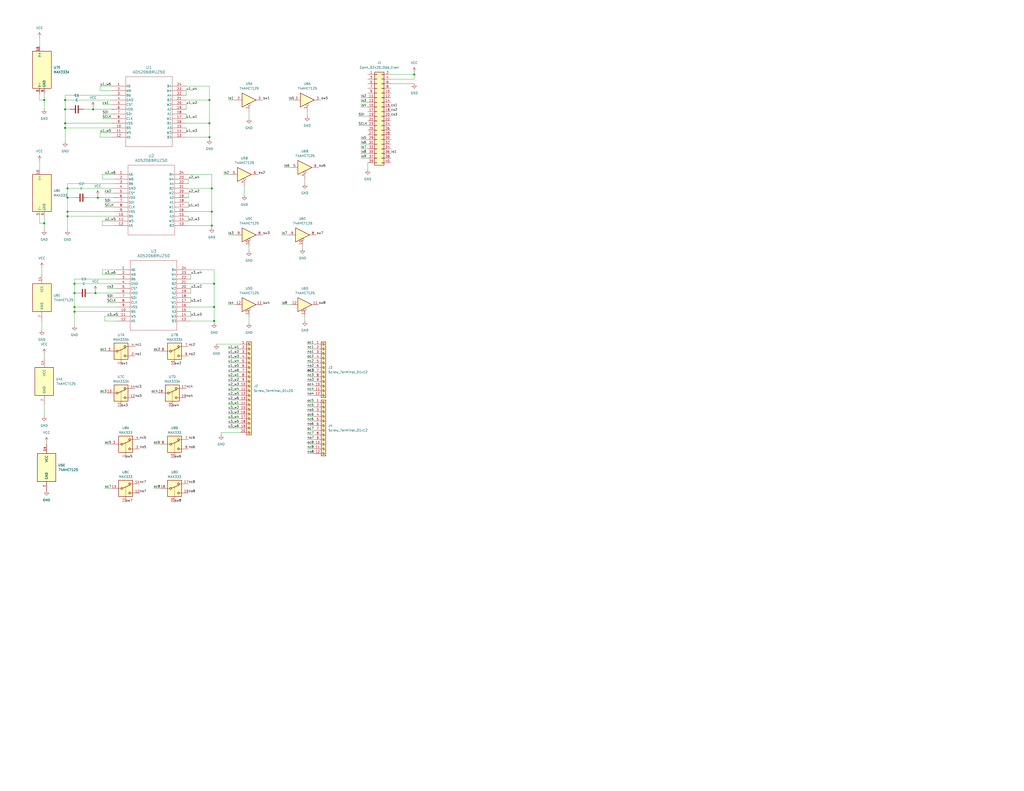
<source format=kicad_sch>
(kicad_sch (version 20250114) (generator "eeschema") (generator_version "9.0")
  (paper "C")
  (title_block (title "Assist Hat") (date "7/29/2025") (rev "0.00") (company "FOSSBOSS"))
  (lib_symbols
    (symbol "2025-07-29_19-12-12:AD5206BRUZ50" (pin_names (offset 0.254))
      (property "Reference" "U" (at 20.32 10.16 0))
      (property "Value" "AD5206BRUZ50" (at 20.32 7.62 0))
      (symbol "AD5206BRUZ50_0_1"
        (pin unspecified line (at 0 0 0) (length 7.62) (name "A6") (number "1"))
        (pin unspecified line (at 0 -2.54 0) (length 7.62) (name "W6") (number "2"))
        (pin unspecified line (at 0 -5.08 0) (length 7.62) (name "B6") (number "3"))
        (pin unspecified line (at 0 -7.62 0) (length 7.62) (name "GND") (number "4"))
        (pin unspecified line (at 0 -10.16 0) (length 7.62) (name "CS*") (number "5"))
        (pin power_in line (at 0 -12.7 0) (length 7.62) (name "VDD") (number "6"))
        (pin unspecified line (at 0 -15.24 0) (length 7.62) (name "SDI") (number "7"))
        (pin unspecified line (at 0 -17.78 0) (length 7.62) (name "CLK") (number "8"))
        (pin power_in line (at 0 -20.32 0) (length 7.62) (name "VSS") (number "9"))
        (pin unspecified line (at 0 -22.86 0) (length 7.62) (name "B5") (number "10"))
        (pin unspecified line (at 0 -25.4 0) (length 7.62) (name "W5") (number "11"))
        (pin unspecified line (at 0 -27.94 0) (length 7.62) (name "A5") (number "12"))
        (pin unspecified line (at 40.64 0 180) (length 7.62) (name "B4") (number "24"))
        (pin unspecified line (at 40.64 -2.54 180) (length 7.62) (name "W4") (number "23"))
        (pin unspecified line (at 40.64 -5.08 180) (length 7.62) (name "A4") (number "22"))
        (pin unspecified line (at 40.64 -7.62 180) (length 7.62) (name "B2") (number "21"))
        (pin unspecified line (at 40.64 -10.16 180) (length 7.62) (name "W2") (number "20"))
        (pin unspecified line (at 40.64 -12.7 180) (length 7.62) (name "A2") (number "19"))
        (pin unspecified line (at 40.64 -15.24 180) (length 7.62) (name "A1") (number "18"))
        (pin unspecified line (at 40.64 -17.78 180) (length 7.62) (name "W1") (number "17"))
        (pin unspecified line (at 40.64 -20.32 180) (length 7.62) (name "B1") (number "16"))
        (pin unspecified line (at 40.64 -22.86 180) (length 7.62) (name "A3") (number "15"))
        (pin unspecified line (at 40.64 -25.4 180) (length 7.62) (name "W3") (number "14"))
        (pin unspecified line (at 40.64 -27.94 180) (length 7.62) (name "B3") (number "13"))
      )
    )
    (symbol "74xx:74AHCT125" (pin_names (offset 1.016))
      (property "Reference" "U" (at 0 1.27 0))
      (property "Value" "74AHCT125" (at 0 -1.27 0))
      (symbol "74AHCT125_1_0"
        (pin input line (at -7.62 0 0) (length 3.81) (name "~") (number "2"))
        (pin input inverted (at 0 -6.35 90) (length 4.445) (name "~") (number "1"))
        (pin tri_state line (at 7.62 0 180) (length 3.81) (name "~") (number "3"))
      )
      (symbol "74AHCT125_2_0"
        (pin input line (at -7.62 0 0) (length 3.81) (name "~") (number "5"))
        (pin input inverted (at 0 -6.35 90) (length 4.445) (name "~") (number "4"))
        (pin tri_state line (at 7.62 0 180) (length 3.81) (name "~") (number "6"))
      )
      (symbol "74AHCT125_3_0"
        (pin input line (at -7.62 0 0) (length 3.81) (name "~") (number "9"))
        (pin input inverted (at 0 -6.35 90) (length 4.445) (name "~") (number "10"))
        (pin tri_state line (at 7.62 0 180) (length 3.81) (name "~") (number "8"))
      )
      (symbol "74AHCT125_4_0"
        (pin input line (at -7.62 0 0) (length 3.81) (name "~") (number "12"))
        (pin input inverted (at 0 -6.35 90) (length 4.445) (name "~") (number "13"))
        (pin tri_state line (at 7.62 0 180) (length 3.81) (name "~") (number "11"))
      )
      (symbol "74AHCT125_5_0"
        (pin power_in line (at 0 12.7 270) (length 5.08) (name "VCC") (number "14"))
        (pin power_in line (at 0 -12.7 90) (length 5.08) (name "GND") (number "7"))
      )
    )
    (symbol "Analog_Switch:MAX333"
      (property "Reference" "U" (at -3.175 7.874 0))
      (property "Value" "MAX333" (at -3.175 6.096 0))
      (symbol "MAX333_1_1"
        (pin passive line (at -7.62 0 0) (length 2.54) (name "~") (number "3"))
        (pin input line (at 0 -7.62 90) (length 2.54) (name "~") (number "1"))
        (pin passive line (at 7.62 2.54 180) (length 2.54) (name "~") (number "4"))
        (pin passive line (at 7.62 -2.54 180) (length 2.54) (name "~") (number "2"))
      )
      (symbol "MAX333_2_1"
        (pin passive line (at -7.62 0 0) (length 2.54) (name "~") (number "8"))
        (pin input line (at 0 -7.62 90) (length 2.54) (name "~") (number "10"))
        (pin passive line (at 7.62 2.54 180) (length 2.54) (name "~") (number "7"))
        (pin passive line (at 7.62 -2.54 180) (length 2.54) (name "~") (number "9"))
      )
      (symbol "MAX333_3_1"
        (pin passive line (at -7.62 0 0) (length 2.54) (name "~") (number "13"))
        (pin input line (at 0 -7.62 90) (length 2.54) (name "~") (number "11"))
        (pin passive line (at 7.62 2.54 180) (length 2.54) (name "~") (number "14"))
        (pin passive line (at 7.62 -2.54 180) (length 2.54) (name "~") (number "12"))
      )
      (symbol "MAX333_4_1"
        (pin passive line (at -7.62 0 0) (length 2.54) (name "~") (number "18"))
        (pin input line (at 0 -7.62 90) (length 2.54) (name "~") (number "20"))
        (pin passive line (at 7.62 2.54 180) (length 2.54) (name "~") (number "17"))
        (pin passive line (at 7.62 -2.54 180) (length 2.54) (name "~") (number "19"))
      )
      (symbol "MAX333_5_0"
        (pin power_in line (at 0 12.7 270) (length 2.54) (name "V+") (number "16"))
        (pin power_in line (at 0 -12.7 90) (length 2.54) (name "V-") (number "5"))
        (pin no_connect line (at 2.54 10.16 270) (length 2.54) (hide yes) (name "NC") (number "15"))
        (pin power_in line (at 2.54 -12.7 90) (length 2.54) (name "GND") (number "6"))
      )
    )
    (symbol "Analog_Switch:MAX333A"
      (property "Reference" "U" (at -3.175 7.874 0))
      (property "Value" "MAX333A" (at -3.175 6.096 0))
      (symbol "MAX333A_1_1"
        (pin passive line (at -7.62 0 0) (length 2.54) (name "~") (number "3"))
        (pin input line (at 0 -7.62 90) (length 2.54) (name "~") (number "1"))
        (pin passive line (at 7.62 2.54 180) (length 2.54) (name "~") (number "4"))
        (pin passive line (at 7.62 -2.54 180) (length 2.54) (name "~") (number "2"))
      )
      (symbol "MAX333A_2_1"
        (pin passive line (at -7.62 0 0) (length 2.54) (name "~") (number "8"))
        (pin input line (at 0 -7.62 90) (length 2.54) (name "~") (number "10"))
        (pin passive line (at 7.62 2.54 180) (length 2.54) (name "~") (number "7"))
        (pin passive line (at 7.62 -2.54 180) (length 2.54) (name "~") (number "9"))
      )
      (symbol "MAX333A_3_1"
        (pin passive line (at -7.62 0 0) (length 2.54) (name "~") (number "13"))
        (pin input line (at 0 -7.62 90) (length 2.54) (name "~") (number "11"))
        (pin passive line (at 7.62 2.54 180) (length 2.54) (name "~") (number "14"))
        (pin passive line (at 7.62 -2.54 180) (length 2.54) (name "~") (number "12"))
      )
      (symbol "MAX333A_4_1"
        (pin passive line (at -7.62 0 0) (length 2.54) (name "~") (number "18"))
        (pin input line (at 0 -7.62 90) (length 2.54) (name "~") (number "20"))
        (pin passive line (at 7.62 2.54 180) (length 2.54) (name "~") (number "17"))
        (pin passive line (at 7.62 -2.54 180) (length 2.54) (name "~") (number "19"))
      )
      (symbol "MAX333A_5_0"
        (pin power_in line (at 0 12.7 270) (length 2.54) (name "V+") (number "16"))
        (pin power_in line (at 0 -12.7 90) (length 2.54) (name "V-") (number "5"))
        (pin no_connect line (at 2.54 10.16 270) (length 2.54) (hide yes) (name "NC") (number "15"))
        (pin power_in line (at 2.54 -12.7 90) (length 2.54) (name "GND") (number "6"))
      )
    )
    (symbol "Connector:Screw_Terminal_01x12" (pin_names (offset 1.016) (hide yes))
      (property "Reference" "J" (at 0 15.24 0))
      (property "Value" "Screw_Terminal_01x12" (at 0 -17.78 0))
      (symbol "Screw_Terminal_01x12_1_1"
        (pin passive line (at -5.08 12.7 0) (length 3.81) (name "Pin_1") (number "1"))
        (pin passive line (at -5.08 10.16 0) (length 3.81) (name "Pin_2") (number "2"))
        (pin passive line (at -5.08 7.62 0) (length 3.81) (name "Pin_3") (number "3"))
        (pin passive line (at -5.08 5.08 0) (length 3.81) (name "Pin_4") (number "4"))
        (pin passive line (at -5.08 2.54 0) (length 3.81) (name "Pin_5") (number "5"))
        (pin passive line (at -5.08 0 0) (length 3.81) (name "Pin_6") (number "6"))
        (pin passive line (at -5.08 -2.54 0) (length 3.81) (name "Pin_7") (number "7"))
        (pin passive line (at -5.08 -5.08 0) (length 3.81) (name "Pin_8") (number "8"))
        (pin passive line (at -5.08 -7.62 0) (length 3.81) (name "Pin_9") (number "9"))
        (pin passive line (at -5.08 -10.16 0) (length 3.81) (name "Pin_10") (number "10"))
        (pin passive line (at -5.08 -12.7 0) (length 3.81) (name "Pin_11") (number "11"))
        (pin passive line (at -5.08 -15.24 0) (length 3.81) (name "Pin_12") (number "12"))
      )
    )
    (symbol "Connector:Screw_Terminal_01x20" (pin_names (offset 1.016) (hide yes))
      (property "Reference" "J" (at 0 25.4 0))
      (property "Value" "Screw_Terminal_01x20" (at 0 -27.94 0))
      (symbol "Screw_Terminal_01x20_1_1"
        (pin passive line (at -5.08 22.86 0) (length 3.81) (name "Pin_1") (number "1"))
        (pin passive line (at -5.08 20.32 0) (length 3.81) (name "Pin_2") (number "2"))
        (pin passive line (at -5.08 17.78 0) (length 3.81) (name "Pin_3") (number "3"))
        (pin passive line (at -5.08 15.24 0) (length 3.81) (name "Pin_4") (number "4"))
        (pin passive line (at -5.08 12.7 0) (length 3.81) (name "Pin_5") (number "5"))
        (pin passive line (at -5.08 10.16 0) (length 3.81) (name "Pin_6") (number "6"))
        (pin passive line (at -5.08 7.62 0) (length 3.81) (name "Pin_7") (number "7"))
        (pin passive line (at -5.08 5.08 0) (length 3.81) (name "Pin_8") (number "8"))
        (pin passive line (at -5.08 2.54 0) (length 3.81) (name "Pin_9") (number "9"))
        (pin passive line (at -5.08 0 0) (length 3.81) (name "Pin_10") (number "10"))
        (pin passive line (at -5.08 -2.54 0) (length 3.81) (name "Pin_11") (number "11"))
        (pin passive line (at -5.08 -5.08 0) (length 3.81) (name "Pin_12") (number "12"))
        (pin passive line (at -5.08 -7.62 0) (length 3.81) (name "Pin_13") (number "13"))
        (pin passive line (at -5.08 -10.16 0) (length 3.81) (name "Pin_14") (number "14"))
        (pin passive line (at -5.08 -12.7 0) (length 3.81) (name "Pin_15") (number "15"))
        (pin passive line (at -5.08 -15.24 0) (length 3.81) (name "Pin_16") (number "16"))
        (pin passive line (at -5.08 -17.78 0) (length 3.81) (name "Pin_17") (number "17"))
        (pin passive line (at -5.08 -20.32 0) (length 3.81) (name "Pin_18") (number "18"))
        (pin passive line (at -5.08 -22.86 0) (length 3.81) (name "Pin_19") (number "19"))
        (pin passive line (at -5.08 -25.4 0) (length 3.81) (name "Pin_20") (number "20"))
      )
    )
    (symbol "Connector_Generic:Conn_02x20_Odd_Even" (pin_names (offset 1.016) (hide yes))
      (property "Reference" "J" (at 1.27 25.4 0))
      (property "Value" "Conn_02x20_Odd_Even" (at 1.27 -27.94 0))
      (symbol "Conn_02x20_Odd_Even_1_1"
        (pin passive line (at -5.08 22.86 0) (length 3.81) (name "Pin_1") (number "1"))
        (pin passive line (at -5.08 20.32 0) (length 3.81) (name "Pin_3") (number "3"))
        (pin passive line (at -5.08 17.78 0) (length 3.81) (name "Pin_5") (number "5"))
        (pin passive line (at -5.08 15.24 0) (length 3.81) (name "Pin_7") (number "7"))
        (pin passive line (at -5.08 12.7 0) (length 3.81) (name "Pin_9") (number "9"))
        (pin passive line (at -5.08 10.16 0) (length 3.81) (name "Pin_11") (number "11"))
        (pin passive line (at -5.08 7.62 0) (length 3.81) (name "Pin_13") (number "13"))
        (pin passive line (at -5.08 5.08 0) (length 3.81) (name "Pin_15") (number "15"))
        (pin passive line (at -5.08 2.54 0) (length 3.81) (name "Pin_17") (number "17"))
        (pin passive line (at -5.08 0 0) (length 3.81) (name "Pin_19") (number "19"))
        (pin passive line (at -5.08 -2.54 0) (length 3.81) (name "Pin_21") (number "21"))
        (pin passive line (at -5.08 -5.08 0) (length 3.81) (name "Pin_23") (number "23"))
        (pin passive line (at -5.08 -7.62 0) (length 3.81) (name "Pin_25") (number "25"))
        (pin passive line (at -5.08 -10.16 0) (length 3.81) (name "Pin_27") (number "27"))
        (pin passive line (at -5.08 -12.7 0) (length 3.81) (name "Pin_29") (number "29"))
        (pin passive line (at -5.08 -15.24 0) (length 3.81) (name "Pin_31") (number "31"))
        (pin passive line (at -5.08 -17.78 0) (length 3.81) (name "Pin_33") (number "33"))
        (pin passive line (at -5.08 -20.32 0) (length 3.81) (name "Pin_35") (number "35"))
        (pin passive line (at -5.08 -22.86 0) (length 3.81) (name "Pin_37") (number "37"))
        (pin passive line (at -5.08 -25.4 0) (length 3.81) (name "Pin_39") (number "39"))
        (pin passive line (at 7.62 22.86 180) (length 3.81) (name "Pin_2") (number "2"))
        (pin passive line (at 7.62 20.32 180) (length 3.81) (name "Pin_4") (number "4"))
        (pin passive line (at 7.62 17.78 180) (length 3.81) (name "Pin_6") (number "6"))
        (pin passive line (at 7.62 15.24 180) (length 3.81) (name "Pin_8") (number "8"))
        (pin passive line (at 7.62 12.7 180) (length 3.81) (name "Pin_10") (number "10"))
        (pin passive line (at 7.62 10.16 180) (length 3.81) (name "Pin_12") (number "12"))
        (pin passive line (at 7.62 7.62 180) (length 3.81) (name "Pin_14") (number "14"))
        (pin passive line (at 7.62 5.08 180) (length 3.81) (name "Pin_16") (number "16"))
        (pin passive line (at 7.62 2.54 180) (length 3.81) (name "Pin_18") (number "18"))
        (pin passive line (at 7.62 0 180) (length 3.81) (name "Pin_20") (number "20"))
        (pin passive line (at 7.62 -2.54 180) (length 3.81) (name "Pin_22") (number "22"))
        (pin passive line (at 7.62 -5.08 180) (length 3.81) (name "Pin_24") (number "24"))
        (pin passive line (at 7.62 -7.62 180) (length 3.81) (name "Pin_26") (number "26"))
        (pin passive line (at 7.62 -10.16 180) (length 3.81) (name "Pin_28") (number "28"))
        (pin passive line (at 7.62 -12.7 180) (length 3.81) (name "Pin_30") (number "30"))
        (pin passive line (at 7.62 -15.24 180) (length 3.81) (name "Pin_32") (number "32"))
        (pin passive line (at 7.62 -17.78 180) (length 3.81) (name "Pin_34") (number "34"))
        (pin passive line (at 7.62 -20.32 180) (length 3.81) (name "Pin_36") (number "36"))
        (pin passive line (at 7.62 -22.86 180) (length 3.81) (name "Pin_38") (number "38"))
        (pin passive line (at 7.62 -25.4 180) (length 3.81) (name "Pin_40") (number "40"))
      )
    )
    (symbol "Device:C" (pin_numbers (hide yes)) (pin_names (offset 0.254))
      (property "Reference" "C" (at 0.635 2.54 0))
      (property "Value" "C" (at 0.635 -2.54 0))
      (symbol "C_1_1"
        (pin passive line (at 0 3.81 270) (length 2.794) (name "~") (number "1"))
        (pin passive line (at 0 -3.81 90) (length 2.794) (name "~") (number "2"))
      )
    )
    (symbol "power:GND" (power) (pin_numbers (hide yes)) (pin_names (offset 0) (hide yes))
      (property "Value" "GND" (at 0 -3.81 0))
      (symbol "GND_1_1"
        (pin power_in line (at 0 0 270) (length 0) (name "~") (number "1"))
      )
    )
    (symbol "power:VCC" (power) (pin_numbers (hide yes)) (pin_names (offset 0) (hide yes))
      (property "Value" "VCC" (at 0 3.556 0))
      (symbol "VCC_1_1"
        (pin power_in line (at 0 0 90) (length 0) (name "~") (number "1"))
      )
    )
  )
  (junction (at 115.57 102.87))
  (junction (at 116.84 154.94))
  (junction (at 40.64 160.02))
  (junction (at 115.57 115.57))
  (junction (at 116.84 167.64))
  (junction (at 114.3 74.93))
  (junction (at 36.83 115.57))
  (junction (at 40.64 167.64))
  (junction (at 35.56 67.31))
  (junction (at 50.8 59.69))
  (junction (at 53.34 107.95))
  (junction (at 52.07 160.02))
  (junction (at 226.06 40.64))
  (junction (at 36.83 118.11))
  (junction (at 35.56 54.61))
  (junction (at 114.3 54.61))
  (junction (at 24.13 54.61))
  (junction (at 116.84 175.26))
  (junction (at 115.57 123.19))
  (junction (at 24.13 121.92))
  (junction (at 40.64 154.94))
  (junction (at 36.83 107.95))
  (junction (at 40.64 170.18))
  (junction (at 114.3 67.31))
  (junction (at 35.56 59.69))
  (junction (at 35.56 69.85))
  (junction (at 36.83 102.87))
  (wire (pts (xy 157.48 54.61) (xy 160.02 54.61)))
  (wire (pts (xy 124.46 231.14) (xy 130.81 231.14)))
  (wire (pts (xy 116.84 167.64) (xy 116.84 175.26)))
  (wire (pts (xy 57.15 242.57) (xy 60.96 242.57)))
  (wire (pts (xy 196.85 76.2) (xy 200.66 76.2)))
  (wire (pts (xy 124.46 210.82) (xy 130.81 210.82)))
  (wire (pts (xy 101.6 54.61) (xy 114.3 54.61)))
  (wire (pts (xy 83.82 242.57) (xy 87.63 242.57)))
  (wire (pts (xy 55.88 95.25) (xy 62.23 95.25)))
  (wire (pts (xy 45.72 59.69) (xy 50.8 59.69)))
  (wire (pts (xy 124.46 190.5) (xy 130.81 190.5)))
  (wire (pts (xy 153.67 166.37) (xy 158.75 166.37)))
  (wire (pts (xy 25.4 241.3) (xy 25.4 242.57)))
  (wire (pts (xy 101.6 69.85) (xy 101.6 72.39)))
  (wire (pts (xy 135.89 64.77) (xy 135.89 60.96)))
  (wire (pts (xy 101.6 57.15) (xy 101.6 59.69)))
  (wire (pts (xy 124.46 218.44) (xy 130.81 218.44)))
  (wire (pts (xy 54.61 72.39) (xy 54.61 74.93)))
  (wire (pts (xy 24.13 121.92) (xy 24.13 125.73)))
  (wire (pts (xy 24.13 54.61) (xy 24.13 59.69)))
  (wire (pts (xy 167.64 242.57) (xy 171.45 242.57)))
  (wire (pts (xy 83.82 191.77) (xy 87.63 191.77)))
  (wire (pts (xy 167.64 193.04) (xy 171.45 193.04)))
  (wire (pts (xy 167.64 219.71) (xy 171.45 219.71)))
  (wire (pts (xy 104.14 154.94) (xy 116.84 154.94)))
  (wire (pts (xy 167.64 245.11) (xy 171.45 245.11)))
  (wire (pts (xy 104.14 167.64) (xy 116.84 167.64)))
  (wire (pts (xy 167.64 247.65) (xy 171.45 247.65)))
  (wire (pts (xy 60.96 74.93) (xy 54.61 74.93)))
  (wire (pts (xy 167.64 227.33) (xy 171.45 227.33)))
  (wire (pts (xy 166.37 175.26) (xy 166.37 172.72)))
  (wire (pts (xy 114.3 74.93) (xy 114.3 76.2)))
  (wire (pts (xy 53.34 107.95) (xy 63.5 107.95)))
  (wire (pts (xy 55.88 57.15) (xy 60.96 57.15)))
  (wire (pts (xy 22.86 175.26) (xy 22.86 180.34)))
  (wire (pts (xy 167.64 234.95) (xy 171.45 234.95)))
  (wire (pts (xy 58.42 157.48) (xy 63.5 157.48)))
  (wire (pts (xy 167.64 222.25) (xy 171.45 222.25)))
  (wire (pts (xy 124.46 203.2) (xy 130.81 203.2)))
  (wire (pts (xy 40.64 154.94) (xy 63.5 154.94)))
  (wire (pts (xy 48.26 107.95) (xy 53.34 107.95)))
  (wire (pts (xy 58.42 165.1) (xy 63.5 165.1)))
  (wire (pts (xy 101.6 62.23) (xy 101.6 64.77)))
  (wire (pts (xy 35.56 59.69) (xy 38.1 59.69)))
  (wire (pts (xy 54.61 191.77) (xy 58.42 191.77)))
  (wire (pts (xy 153.67 128.27) (xy 157.48 128.27)))
  (wire (pts (xy 196.85 83.82) (xy 200.66 83.82)))
  (wire (pts (xy 63.5 175.26) (xy 57.15 175.26)))
  (wire (pts (xy 104.14 170.18) (xy 104.14 172.72)))
  (wire (pts (xy 167.64 200.66) (xy 171.45 200.66)))
  (wire (pts (xy 124.46 54.61) (xy 128.27 54.61)))
  (wire (pts (xy 60.96 49.53) (xy 54.61 49.53)))
  (wire (pts (xy 213.36 43.18) (xy 226.06 43.18)))
  (wire (pts (xy 124.46 213.36) (xy 130.81 213.36)))
  (wire (pts (xy 54.61 72.39) (xy 60.96 72.39)))
  (wire (pts (xy 21.59 50.8) (xy 21.59 54.61)))
  (wire (pts (xy 40.64 167.64) (xy 40.64 170.18)))
  (wire (pts (xy 102.87 110.49) (xy 102.87 113.03)))
  (wire (pts (xy 196.85 78.74) (xy 200.66 78.74)))
  (wire (pts (xy 40.64 167.64) (xy 63.5 167.64)))
  (wire (pts (xy 53.34 107.95) (xy 53.34 106.68)))
  (wire (pts (xy 50.8 59.69) (xy 50.8 58.42)))
  (wire (pts (xy 55.88 123.19) (xy 55.88 120.65)))
  (wire (pts (xy 120.65 236.22) (xy 120.65 237.49)))
  (wire (pts (xy 115.57 115.57) (xy 115.57 123.19)))
  (wire (pts (xy 200.66 88.9) (xy 200.66 92.71)))
  (wire (pts (xy 124.46 223.52) (xy 130.81 223.52)))
  (wire (pts (xy 167.64 195.58) (xy 171.45 195.58)))
  (wire (pts (xy 55.88 147.32) (xy 55.88 149.86)))
  (wire (pts (xy 36.83 115.57) (xy 36.83 118.11)))
  (wire (pts (xy 40.64 160.02) (xy 41.91 160.02)))
  (wire (pts (xy 226.06 40.64) (xy 213.36 40.64)))
  (wire (pts (xy 124.46 220.98) (xy 130.81 220.98)))
  (wire (pts (xy 102.87 118.11) (xy 102.87 120.65)))
  (wire (pts (xy 40.64 154.94) (xy 40.64 160.02)))
  (wire (pts (xy 57.15 172.72) (xy 63.5 172.72)))
  (wire (pts (xy 167.64 232.41) (xy 171.45 232.41)))
  (wire (pts (xy 116.84 147.32) (xy 116.84 154.94)))
  (wire (pts (xy 54.61 46.99) (xy 60.96 46.99)))
  (wire (pts (xy 167.64 210.82) (xy 171.45 210.82)))
  (wire (pts (xy 135.89 172.72) (xy 135.89 176.53)))
  (wire (pts (xy 24.13 50.8) (xy 24.13 54.61)))
  (wire (pts (xy 167.64 229.87) (xy 171.45 229.87)))
  (wire (pts (xy 62.23 123.19) (xy 55.88 123.19)))
  (wire (pts (xy 55.88 97.79) (xy 55.88 95.25)))
  (wire (pts (xy 57.15 113.03) (xy 62.23 113.03)))
  (wire (pts (xy 35.56 67.31) (xy 35.56 69.85)))
  (wire (pts (xy 130.81 236.22) (xy 120.65 236.22)))
  (wire (pts (xy 101.6 49.53) (xy 101.6 52.07)))
  (wire (pts (xy 121.92 95.25) (xy 125.73 95.25)))
  (wire (pts (xy 35.56 54.61) (xy 35.56 59.69)))
  (wire (pts (xy 118.11 187.96) (xy 130.81 187.96)))
  (wire (pts (xy 35.56 54.61) (xy 60.96 54.61)))
  (wire (pts (xy 167.64 205.74) (xy 171.45 205.74)))
  (wire (pts (xy 124.46 226.06) (xy 130.81 226.06)))
  (wire (pts (xy 36.83 118.11) (xy 62.23 118.11)))
  (wire (pts (xy 36.83 107.95) (xy 40.64 107.95)))
  (wire (pts (xy 167.64 224.79) (xy 171.45 224.79)))
  (wire (pts (xy 24.13 118.11) (xy 24.13 121.92)))
  (wire (pts (xy 40.64 170.18) (xy 63.5 170.18)))
  (wire (pts (xy 196.85 86.36) (xy 200.66 86.36)))
  (wire (pts (xy 226.06 43.18) (xy 226.06 40.64)))
  (wire (pts (xy 57.15 105.41) (xy 62.23 105.41)))
  (wire (pts (xy 36.83 102.87) (xy 62.23 102.87)))
  (wire (pts (xy 196.85 58.42) (xy 200.66 58.42)))
  (wire (pts (xy 124.46 198.12) (xy 130.81 198.12)))
  (wire (pts (xy 40.64 170.18) (xy 40.64 177.8)))
  (wire (pts (xy 124.46 233.68) (xy 130.81 233.68)))
  (wire (pts (xy 213.36 45.72) (xy 226.06 45.72)))
  (wire (pts (xy 54.61 214.63) (xy 58.42 214.63)))
  (wire (pts (xy 104.14 175.26) (xy 116.84 175.26)))
  (wire (pts (xy 102.87 123.19) (xy 115.57 123.19)))
  (wire (pts (xy 55.88 120.65) (xy 62.23 120.65)))
  (wire (pts (xy 167.64 187.96) (xy 171.45 187.96)))
  (wire (pts (xy 63.5 147.32) (xy 55.88 147.32)))
  (wire (pts (xy 35.56 67.31) (xy 60.96 67.31)))
  (wire (pts (xy 104.14 162.56) (xy 104.14 165.1)))
  (wire (pts (xy 57.15 175.26) (xy 57.15 172.72)))
  (wire (pts (xy 115.57 102.87) (xy 115.57 115.57)))
  (wire (pts (xy 35.56 69.85) (xy 35.56 77.47)))
  (wire (pts (xy 101.6 74.93) (xy 114.3 74.93)))
  (wire (pts (xy 102.87 95.25) (xy 115.57 95.25)))
  (wire (pts (xy 167.64 203.2) (xy 171.45 203.2)))
  (wire (pts (xy 60.96 52.07) (xy 35.56 52.07)))
  (wire (pts (xy 124.46 215.9) (xy 130.81 215.9)))
  (wire (pts (xy 57.15 110.49) (xy 62.23 110.49)))
  (wire (pts (xy 21.59 121.92) (xy 24.13 121.92)))
  (wire (pts (xy 104.14 147.32) (xy 116.84 147.32)))
  (wire (pts (xy 82.55 214.63) (xy 86.36 214.63)))
  (wire (pts (xy 167.64 213.36) (xy 171.45 213.36)))
  (wire (pts (xy 55.88 149.86) (xy 63.5 149.86)))
  (wire (pts (xy 114.3 67.31) (xy 114.3 74.93)))
  (wire (pts (xy 135.89 134.62) (xy 135.89 137.16)))
  (wire (pts (xy 102.87 105.41) (xy 102.87 107.95)))
  (wire (pts (xy 62.23 97.79) (xy 55.88 97.79)))
  (wire (pts (xy 21.59 87.63) (xy 21.59 92.71)))
  (wire (pts (xy 35.56 52.07) (xy 35.56 54.61)))
  (wire (pts (xy 40.64 152.4) (xy 40.64 154.94)))
  (wire (pts (xy 49.53 160.02) (xy 52.07 160.02)))
  (wire (pts (xy 22.86 146.05) (xy 22.86 149.86)))
  (wire (pts (xy 167.64 208.28) (xy 171.45 208.28)))
  (wire (pts (xy 21.59 118.11) (xy 21.59 121.92)))
  (wire (pts (xy 167.64 240.03) (xy 171.45 240.03)))
  (wire (pts (xy 124.46 205.74) (xy 130.81 205.74)))
  (wire (pts (xy 124.46 128.27) (xy 128.27 128.27)))
  (wire (pts (xy 196.85 53.34) (xy 200.66 53.34)))
  (wire (pts (xy 21.59 20.32) (xy 21.59 25.4)))
  (wire (pts (xy 35.56 69.85) (xy 60.96 69.85)))
  (wire (pts (xy 115.57 95.25) (xy 115.57 102.87)))
  (wire (pts (xy 40.64 160.02) (xy 40.64 167.64)))
  (wire (pts (xy 116.84 154.94) (xy 116.84 167.64)))
  (wire (pts (xy 167.64 63.5) (xy 167.64 60.96)))
  (wire (pts (xy 36.83 102.87) (xy 36.83 107.95)))
  (wire (pts (xy 52.07 160.02) (xy 64.77 160.02)))
  (wire (pts (xy 36.83 100.33) (xy 36.83 102.87)))
  (wire (pts (xy 24.13 227.33) (xy 24.13 220.98)))
  (wire (pts (xy 36.83 118.11) (xy 36.83 125.73)))
  (wire (pts (xy 63.5 152.4) (xy 40.64 152.4)))
  (wire (pts (xy 102.87 97.79) (xy 102.87 100.33)))
  (wire (pts (xy 196.85 81.28) (xy 200.66 81.28)))
  (wire (pts (xy 104.14 157.48) (xy 104.14 160.02)))
  (wire (pts (xy 226.06 39.37) (xy 226.06 40.64)))
  (wire (pts (xy 124.46 195.58) (xy 130.81 195.58)))
  (wire (pts (xy 195.58 68.58) (xy 200.66 68.58)))
  (wire (pts (xy 101.6 46.99) (xy 114.3 46.99)))
  (wire (pts (xy 124.46 166.37) (xy 128.27 166.37)))
  (wire (pts (xy 102.87 115.57) (xy 115.57 115.57)))
  (wire (pts (xy 102.87 102.87) (xy 115.57 102.87)))
  (wire (pts (xy 115.57 123.19) (xy 115.57 124.46)))
  (wire (pts (xy 165.1 135.89) (xy 165.1 134.62)))
  (wire (pts (xy 52.07 160.02) (xy 52.07 158.75)))
  (wire (pts (xy 24.13 193.04) (xy 24.13 195.58)))
  (wire (pts (xy 36.83 107.95) (xy 36.83 115.57)))
  (wire (pts (xy 50.8 59.69) (xy 62.23 59.69)))
  (wire (pts (xy 133.35 101.6) (xy 133.35 106.68)))
  (wire (pts (xy 124.46 208.28) (xy 130.81 208.28)))
  (wire (pts (xy 104.14 149.86) (xy 104.14 152.4)))
  (wire (pts (xy 116.84 175.26) (xy 116.84 176.53)))
  (wire (pts (xy 58.42 162.56) (xy 63.5 162.56)))
  (wire (pts (xy 101.6 67.31) (xy 114.3 67.31)))
  (wire (pts (xy 167.64 190.5) (xy 171.45 190.5)))
  (wire (pts (xy 154.94 91.44) (xy 158.75 91.44)))
  (wire (pts (xy 124.46 200.66) (xy 130.81 200.66)))
  (wire (pts (xy 35.56 59.69) (xy 35.56 67.31)))
  (wire (pts (xy 55.88 62.23) (xy 60.96 62.23)))
  (wire (pts (xy 54.61 46.99) (xy 54.61 49.53)))
  (wire (pts (xy 167.64 198.12) (xy 171.45 198.12)))
  (wire (pts (xy 196.85 55.88) (xy 200.66 55.88)))
  (wire (pts (xy 166.37 97.79) (xy 166.37 100.33)))
  (wire (pts (xy 114.3 46.99) (xy 114.3 54.61)))
  (wire (pts (xy 114.3 54.61) (xy 114.3 67.31)))
  (wire (pts (xy 21.59 54.61) (xy 24.13 54.61)))
  (wire (pts (xy 83.82 266.7) (xy 87.63 266.7)))
  (wire (pts (xy 62.23 100.33) (xy 36.83 100.33)))
  (wire (pts (xy 124.46 228.6) (xy 130.81 228.6)))
  (wire (pts (xy 195.58 63.5) (xy 200.66 63.5)))
  (wire (pts (xy 57.15 266.7) (xy 60.96 266.7)))
  (wire (pts (xy 167.64 215.9) (xy 171.45 215.9)))
  (wire (pts (xy 36.83 115.57) (xy 62.23 115.57)))
  (wire (pts (xy 167.64 237.49) (xy 171.45 237.49)))
  (wire (pts (xy 55.88 64.77) (xy 60.96 64.77)))
  (wire (pts (xy 124.46 193.04) (xy 130.81 193.04)))
  (label "u3_w6" (at 57.15 149.86 0))
  (label "u1_w4" (at 124.46 198.12 0))
  (label "no6" (at 167.64 232.41 0))
  (label "oc5" (at 167.64 219.71 0))
  (label "ls6" (at 196.85 78.74 0))
  (label "sw3" (at 143.51 128.27 0))
  (label "no8" (at 167.64 247.65 0))
  (label "ls1" (at 213.36 83.82 0))
  (label "u1_w3" (at 101.6 72.39 0))
  (label "no1" (at 167.64 193.04 0))
  (label "u3_w3" (at 104.14 172.72 0))
  (label "ls9" (at 196.85 86.36 0))
  (label "u2_w6" (at 124.46 218.44 0))
  (label "cs1" (at 213.36 58.42 0))
  (label "u2_w5" (at 124.46 215.9 0))
  (label "ls6" (at 154.94 91.44 0))
  (label "no1" (at 73.66 194.31 0))
  (label "cs2" (at 213.36 60.96 0))
  (label "no4" (at 167.64 215.9 0))
  (label "oc1" (at 54.61 191.77 0))
  (label "ls2" (at 196.85 53.34 0))
  (label "SDI" (at 195.58 63.5 0))
  (label "sw8" (at 173.99 166.37 0))
  (label "SDI" (at 58.42 162.56 0))
  (label "nc4" (at 101.6 212.09 0))
  (label "nc1" (at 73.66 189.23 0))
  (label "nc2" (at 102.87 189.23 0))
  (label "no4" (at 101.6 217.17 0))
  (label "sw5" (at 175.26 54.61 0))
  (label "SCLK" (at 57.15 113.03 0))
  (label "u3_w6" (at 124.46 233.68 0))
  (label "nc8" (at 102.87 264.16 0))
  (label "ls1" (at 124.46 54.61 0))
  (label "cs3" (at 213.36 63.5 0))
  (label "oc5" (at 57.15 242.57 0))
  (label "u3_w4" (at 124.46 228.6 0))
  (label "u1_w4" (at 101.6 49.53 0))
  (label "sw6" (at 173.99 91.44 0))
  (label "nc1" (at 167.64 190.5 0))
  (label "sw1" (at 66.04 199.39 0))
  (label "u3_w1" (at 104.14 165.1 0))
  (label "nc6" (at 102.87 240.03 0))
  (label "u1_w6" (at 124.46 203.2 0))
  (label "sw5" (at 68.58 250.19 0))
  (label "u1_w3" (at 124.46 195.58 0))
  (label "SDI" (at 55.88 62.23 0))
  (label "ls4" (at 196.85 58.42 0))
  (label "ls7" (at 196.85 81.28 0))
  (label "oc6" (at 167.64 227.33 0))
  (label "no7" (at 76.2 269.24 0))
  (label "nc5" (at 76.2 240.03 0))
  (label "u2_w2" (at 102.87 105.41 0))
  (label "u2_w3" (at 124.46 210.82 0))
  (label "no3" (at 167.64 208.28 0))
  (label "nc7" (at 167.64 237.49 0))
  (label "u3_w5" (at 124.46 231.14 0))
  (label "sw4" (at 143.51 166.37 0))
  (label "SCLK" (at 195.58 68.58 0))
  (label "oc3" (at 54.61 214.63 0))
  (label "u2_w2" (at 124.46 208.28 0))
  (label "no5" (at 76.2 245.11 0))
  (label "u3_w2" (at 104.14 157.48 0))
  (label "oc8" (at 83.82 266.7 0))
  (label "ls7" (at 153.67 128.27 0))
  (label "sw8" (at 95.25 274.32 0))
  (label "no3" (at 73.66 217.17 0))
  (label "u3_w1" (at 124.46 220.98 0))
  (label "oc4" (at 167.64 210.82 0))
  (label "sw4" (at 93.98 222.25 0))
  (label "sw1" (at 143.51 54.61 0))
  (label "u1_w2" (at 101.6 57.15 0))
  (label "nc6" (at 167.64 229.87 0))
  (label "oc2" (at 167.64 195.58 0))
  (label "oc8" (at 167.64 242.57 0))
  (label "u2_w5" (at 57.15 120.65 0))
  (label "u2_w4" (at 102.87 97.79 0))
  (label "ls8" (at 196.85 83.82 0))
  (label "nc3" (at 73.66 212.09 0))
  (label "oc1" (at 167.64 187.96 0))
  (label "ls3" (at 124.46 128.27 0))
  (label "u2_w4" (at 124.46 213.36 0))
  (label "oc3" (at 167.64 203.2 0))
  (label "u1_w1" (at 101.6 64.77 0))
  (label "ls8" (at 153.67 166.37 0))
  (label "oc6" (at 83.82 242.57 0))
  (label "no2" (at 102.87 194.31 0))
  (label "oc4" (at 82.55 214.63 0))
  (label "SCLK" (at 55.88 64.77 0))
  (label "no5" (at 167.64 224.79 0))
  (label "u3_w5" (at 58.42 172.72 0))
  (label "sw6" (at 95.25 250.19 0))
  (label "u2_w6" (at 57.15 95.25 0))
  (label "cs3" (at 58.42 157.48 0))
  (label "nc7" (at 76.2 264.16 0))
  (label "SDI" (at 57.15 110.49 0))
  (label "ls5" (at 157.48 54.61 0))
  (label "u1_w5" (at 54.61 72.39 0))
  (label "no8" (at 102.87 269.24 0))
  (label "no2" (at 167.64 200.66 0))
  (label "ls3" (at 196.85 55.88 0))
  (label "nc4" (at 167.64 213.36 0))
  (label "u1_w5" (at 124.46 200.66 0))
  (label "oc7" (at 167.64 234.95 0))
  (label "cs1" (at 55.88 57.15 0))
  (label "nc2" (at 167.64 198.12 0))
  (label "sw2" (at 140.97 95.25 0))
  (label "sw3" (at 66.04 222.25 0))
  (label "u1_w1" (at 102.87 113.03 0))
  (label "sw7" (at 172.72 128.27 0))
  (label "u3_w2" (at 124.46 223.52 0))
  (label "ls2" (at 121.92 95.25 0))
  (label "SCLK" (at 58.42 165.1 0))
  (label "no6" (at 102.87 245.11 0))
  (label "u1_w2" (at 124.46 193.04 0))
  (label "nc5" (at 167.64 222.25 0))
  (label "no7" (at 167.64 240.03 0))
  (label "nc8" (at 167.64 245.11 0))
  (label "oc7" (at 57.15 266.7 0))
  (label "nc3" (at 167.64 205.74 0))
  (label "u1_w1" (at 124.46 190.5 0))
  (label "u2_w1" (at 124.46 205.74 0))
  (label "u2_w3" (at 102.87 120.65 0))
  (label "u3_w4" (at 104.14 149.86 0))
  (label "ls5" (at 196.85 76.2 0))
  (label "ls4" (at 124.46 166.37 0))
  (label "sw7" (at 68.58 274.32 0))
  (label "sw2" (at 95.25 199.39 0))
  (label "oc2" (at 83.82 191.77 0))
  (label "u1_w6" (at 54.61 46.99 0))
  (label "nc3" (at 167.64 203.2 0))
  (label "cs2" (at 57.15 105.41 0))
  (label "u3_w3" (at 124.46 226.06 0))
  (symbol (lib_id "power:GND") (at 135.89 176.53 0) (unit 1)
    (property "Reference" "#PWR020" (effects (hide yes)))
    (property "Value" "GND" (at 135.89 181.61 0))
    (property "Description" "Power symbol creates a global label with name \"GND\" , ground" (effects (hide yes)))
  )
  (symbol (lib_id "power:GND") (at 165.1 135.89 0) (unit 1)
    (property "Reference" "#PWR022" (effects (hide yes)))
    (property "Value" "GND" (at 165.1 140.97 0))
    (property "Description" "Power symbol creates a global label with name \"GND\" , ground" (effects (hide yes)))
  )
  (symbol (lib_id "power:VCC") (at 25.4 241.3 0) (unit 1)
    (property "Reference" "#PWR030" (effects (hide yes)))
    (property "Value" "VCC" (at 25.4 236.22 0))
    (property "Description" "Power symbol creates a global label with name \"VCC\"" (effects (hide yes)))
  )
  (symbol (lib_id "power:VCC") (at 53.34 106.68 0) (unit 1)
    (property "Reference" "#PWR08" (effects (hide yes)))
    (property "Value" "VCC" (at 53.34 101.6 0))
    (property "Description" "Power symbol creates a global label with name \"VCC\"" (effects (hide yes)))
  )
  (symbol (lib_id "power:VCC") (at 22.86 146.05 0) (unit 1)
    (property "Reference" "#PWR028" (effects (hide yes)))
    (property "Value" "VCC" (at 22.86 140.97 0))
    (property "Description" "Power symbol creates a global label with name \"VCC\"" (effects (hide yes)))
  )
  (symbol (lib_id "power:VCC") (at 52.07 158.75 0) (unit 1)
    (property "Reference" "#PWR07" (effects (hide yes)))
    (property "Value" "VCC" (at 52.07 153.67 0))
    (property "Description" "Power symbol creates a global label with name \"VCC\"" (effects (hide yes)))
  )
  (symbol (lib_id "power:GND") (at 24.13 125.73 0) (unit 1)
    (property "Reference" "#PWR015" (effects (hide yes)))
    (property "Value" "GND" (at 24.13 130.81 0))
    (property "Description" "Power symbol creates a global label with name \"GND\" , ground" (effects (hide yes)))
  )
  (symbol (lib_id "Connector:Screw_Terminal_01x20") (at 135.89 210.82 0) (unit 1)
    (property "Reference" "J2" (at 138.43 210.8199 0) (effects (justify left)))
    (property "Value" "Screw_Terminal_01x20" (at 138.43 213.3599 0) (effects (justify left)))
    (property "Footprint" "TerminalBlock:TerminalBlock_Xinya_XY308-2.54-20P_1x20_P2.54mm_Horizontal" (effects (hide yes)))
    (property "Description" "Generic screw terminal, single row, 01x20, script generated (kicad-library-utils/schlib/autogen/connector/)" (effects (hide yes)))
  )
  (symbol (lib_id "power:VCC") (at 24.13 193.04 0) (unit 1)
    (property "Reference" "#PWR027" (effects (hide yes)))
    (property "Value" "VCC" (at 24.13 187.96 0))
    (property "Description" "Power symbol creates a global label with name \"VCC\"" (effects (hide yes)))
  )
  (symbol (lib_id "power:VCC") (at 21.59 87.63 0) (unit 1)
    (property "Reference" "#PWR026" (effects (hide yes)))
    (property "Value" "VCC" (at 21.59 82.55 0))
    (property "Description" "Power symbol creates a global label with name \"VCC\"" (effects (hide yes)))
  )
  (symbol (lib_id "2025-07-29_19-12-12:AD5206BRUZ50") (at 60.96 46.99 0) (unit 1)
    (property "Reference" "U1" (at 81.28 36.83 0) (effects (font (size 1.524 1.524))))
    (property "Value" "AD5206BRUZ50" (at 81.28 39.37 0) (effects (font (size 1.524 1.524))))
    (property "Footprint" "footprints:RU_24_ADI" (effects (hide yes)))
    (property "Datasheet" "https://www.analog.com/media/en/technical-documentation/data-sheets/AD5204_5206.pdf" (effects (hide yes)))
  )
  (symbol (lib_id "74xx:74AHCT125") (at 167.64 54.61 0) (unit 1)
    (property "Reference" "U6" (at 167.64 45.72 0))
    (property "Value" "74AHCT125" (at 167.64 48.26 0))
    (property "Footprint" "asshat_lib:SN74AHCT125NSR_NS14" (effects (hide yes)))
    (property "Datasheet" "https://www.ti.com/lit/ds/symlink/sn74ahct125.pdf" (effects (hide yes)))
    (property "Description" "Quadruple Bus Buffer Gates With 3-State Outputs" (effects (hide yes)))
  )
  (symbol (lib_id "power:GND") (at 36.83 125.73 0) (unit 1)
    (property "Reference" "#PWR02" (effects (hide yes)))
    (property "Value" "GND" (at 36.83 130.81 0))
    (property "Description" "Power symbol creates a global label with name \"GND\" , ground" (effects (hide yes)))
  )
  (symbol (lib_id "74xx:74AHCT125") (at 166.37 166.37 0) (unit 4)
    (property "Reference" "U6" (at 166.37 157.48 0))
    (property "Value" "74AHCT125" (at 166.37 160.02 0))
    (property "Footprint" "asshat_lib:SN74AHCT125NSR_NS14" (effects (hide yes)))
    (property "Datasheet" "https://www.ti.com/lit/ds/symlink/sn74ahct125.pdf" (effects (hide yes)))
    (property "Description" "Quadruple Bus Buffer Gates With 3-State Outputs" (effects (hide yes)))
  )
  (symbol (lib_id "74xx:74AHCT125") (at 25.4 255.27 0) (unit 5)
    (property "Reference" "U5" (at 31.75 253.9999 0) (effects (justify left)))
    (property "Value" "74AHCT125" (at 31.75 256.5399 0) (effects (justify left)))
    (property "Footprint" "asshat_lib:SN74AHCT125NSR_NS14" (effects (hide yes)))
    (property "Datasheet" "https://www.ti.com/lit/ds/symlink/sn74ahct125.pdf" (effects (hide yes)))
    (property "Description" "Quadruple Bus Buffer Gates With 3-State Outputs" (effects (hide yes)))
  )
  (symbol (lib_id "74xx:74AHCT125") (at 166.37 91.44 0) (unit 2)
    (property "Reference" "U6" (at 166.37 82.55 0))
    (property "Value" "74AHCT125" (at 166.37 85.09 0))
    (property "Footprint" "asshat_lib:SN74AHCT125NSR_NS14" (effects (hide yes)))
    (property "Datasheet" "https://www.ti.com/lit/ds/symlink/sn74ahct125.pdf" (effects (hide yes)))
    (property "Description" "Quadruple Bus Buffer Gates With 3-State Outputs" (effects (hide yes)))
  )
  (symbol (lib_id "power:GND") (at 135.89 64.77 0) (unit 1)
    (property "Reference" "#PWR017" (effects (hide yes)))
    (property "Value" "GND" (at 135.89 69.85 0))
    (property "Description" "Power symbol creates a global label with name \"GND\" , ground" (effects (hide yes)))
  )
  (symbol (lib_id "power:GND") (at 167.64 63.5 0) (unit 1)
    (property "Reference" "#PWR024" (effects (hide yes)))
    (property "Value" "GND" (at 167.64 68.58 0))
    (property "Description" "Power symbol creates a global label with name \"GND\" , ground" (effects (hide yes)))
  )
  (symbol (lib_id "Connector:Screw_Terminal_01x12") (at 176.53 200.66 0) (unit 1)
    (property "Reference" "J3" (at 179.07 200.6599 0) (effects (justify left)))
    (property "Value" "Screw_Terminal_01x12" (at 179.07 203.1999 0) (effects (justify left)))
    (property "Footprint" "TerminalBlock:TerminalBlock_Xinya_XY308-2.54-12P_1x12_P2.54mm_Horizontal" (effects (hide yes)))
    (property "Description" "Generic screw terminal, single row, 01x12, script generated (kicad-library-utils/schlib/autogen/connector/)" (effects (hide yes)))
  )
  (symbol (lib_id "power:GND") (at 24.13 59.69 0) (unit 1)
    (property "Reference" "#PWR016" (effects (hide yes)))
    (property "Value" "GND" (at 24.13 64.77 0))
    (property "Description" "Power symbol creates a global label with name \"GND\" , ground" (effects (hide yes)))
  )
  (symbol (lib_id "74xx:74AHCT125") (at 135.89 128.27 0) (unit 3)
    (property "Reference" "U5" (at 135.89 119.38 0))
    (property "Value" "74AHCT125" (at 135.89 121.92 0))
    (property "Footprint" "asshat_lib:SN74AHCT125NSR_NS14" (effects (hide yes)))
    (property "Datasheet" "https://www.ti.com/lit/ds/symlink/sn74ahct125.pdf" (effects (hide yes)))
    (property "Description" "Quadruple Bus Buffer Gates With 3-State Outputs" (effects (hide yes)))
  )
  (symbol (lib_id "Device:C") (at 41.91 59.69 270) (unit 1)
    (property "Reference" "C1" (at 41.91 52.07 90))
    (property "Value" "C" (at 41.91 54.61 90))
    (property "Footprint" "Capacitor_SMD:C_0603_1608Metric" (effects (hide yes)))
    (property "Description" "Unpolarized capacitor" (effects (hide yes)))
  )
  (symbol (lib_id "Device:C") (at 45.72 160.02 90) (unit 1)
    (property "Reference" "C3" (at 45.72 152.4 90))
    (property "Value" "C" (at 45.72 154.94 90))
    (property "Footprint" "Capacitor_SMD:C_0603_1608Metric" (effects (hide yes)))
    (property "Description" "Unpolarized capacitor" (effects (hide yes)))
  )
  (symbol (lib_id "power:GND") (at 22.86 180.34 0) (unit 1)
    (property "Reference" "#PWR014" (effects (hide yes)))
    (property "Value" "GND" (at 22.86 185.42 0))
    (property "Description" "Power symbol creates a global label with name \"GND\" , ground" (effects (hide yes)))
  )
  (symbol (lib_id "Connector_Generic:Conn_02x20_Odd_Even") (at 205.74 63.5 0) (unit 1)
    (property "Reference" "J1" (at 207.01 34.29 0))
    (property "Value" "Conn_02x20_Odd_Even" (at 207.01 36.83 0))
    (property "Footprint" "Connector_PinSocket_2.54mm:PinSocket_2x20_P2.54mm_Vertical" (effects (hide yes)))
    (property "Description" "Generic connector, double row, 02x20, odd/even pin numbering scheme (row 1 odd numbers, row 2 even numbers), script generated (kicad-library-utils/schlib/autogen/connector/)" (effects (hide yes)))
  )
  (symbol (lib_id "power:GND") (at 24.13 227.33 0) (unit 1)
    (property "Reference" "#PWR012" (effects (hide yes)))
    (property "Value" "GND" (at 24.13 232.41 0))
    (property "Description" "Power symbol creates a global label with name \"GND\" , ground" (effects (hide yes)))
  )
  (symbol (lib_id "Analog_Switch:MAX333") (at 95.25 242.57 0) (unit 2)
    (property "Reference" "U8" (at 95.25 233.68 0))
    (property "Value" "MAX333" (at 95.25 236.22 0))
    (property "Footprint" "asshat_lib:MAX333CPP_" (effects (hide yes)))
    (property "Datasheet" "https://datasheets.maximintegrated.com/en/ds/MAX333.pdf" (effects (hide yes)))
    (property "Description" "Quad SPDT CMOS Analog Switch, DIP-20/SOIC-20/SSOP-20" (effects (hide yes)))
  )
  (symbol (lib_id "power:VCC") (at 50.8 58.42 0) (unit 1)
    (property "Reference" "#PWR03" (effects (hide yes)))
    (property "Value" "VCC" (at 50.8 53.34 0))
    (property "Description" "Power symbol creates a global label with name \"VCC\"" (effects (hide yes)))
  )
  (symbol (lib_id "Analog_Switch:MAX333A") (at 95.25 191.77 0) (unit 2)
    (property "Reference" "U7" (at 95.25 182.88 0))
    (property "Value" "MAX333A" (at 95.25 185.42 0))
    (property "Footprint" "asshat_lib:MAX333CPP_" (effects (hide yes)))
    (property "Datasheet" "https://datasheets.maximintegrated.com/en/ds/MAX333A.pdf" (effects (hide yes)))
    (property "Description" "Quad SPDT CMOS Analog Switch, 17Ohm Ron, DIP-20/SOIC-20/SSOP-20/TSSOP-20" (effects (hide yes)))
  )
  (symbol (lib_id "power:GND") (at 133.35 106.68 0) (unit 1)
    (property "Reference" "#PWR018" (effects (hide yes)))
    (property "Value" "GND" (at 133.35 111.76 0))
    (property "Description" "Power symbol creates a global label with name \"GND\" , ground" (effects (hide yes)))
  )
  (symbol (lib_id "Analog_Switch:MAX333A") (at 93.98 214.63 0) (unit 4)
    (property "Reference" "U7" (at 93.98 205.74 0))
    (property "Value" "MAX333A" (at 93.98 208.28 0))
    (property "Footprint" "asshat_lib:MAX333CPP_" (effects (hide yes)))
    (property "Datasheet" "https://datasheets.maximintegrated.com/en/ds/MAX333A.pdf" (effects (hide yes)))
    (property "Description" "Quad SPDT CMOS Analog Switch, 17Ohm Ron, DIP-20/SOIC-20/SSOP-20/TSSOP-20" (effects (hide yes)))
  )
  (symbol (lib_id "74xx:74AHCT125") (at 135.89 54.61 0) (unit 1)
    (property "Reference" "U5" (at 135.89 45.72 0))
    (property "Value" "74AHCT125" (at 135.89 48.26 0))
    (property "Footprint" "asshat_lib:SN74AHCT125NSR_NS14" (effects (hide yes)))
    (property "Datasheet" "https://www.ti.com/lit/ds/symlink/sn74ahct125.pdf" (effects (hide yes)))
    (property "Description" "Quadruple Bus Buffer Gates With 3-State Outputs" (effects (hide yes)))
  )
  (symbol (lib_id "Connector:Screw_Terminal_01x12") (at 176.53 232.41 0) (unit 1)
    (property "Reference" "J4" (at 179.07 232.4099 0) (effects (justify left)))
    (property "Value" "Screw_Terminal_01x12" (at 179.07 234.9499 0) (effects (justify left)))
    (property "Footprint" "TerminalBlock:TerminalBlock_Xinya_XY308-2.54-12P_1x12_P2.54mm_Horizontal" (effects (hide yes)))
    (property "Description" "Generic screw terminal, single row, 01x12, script generated (kicad-library-utils/schlib/autogen/connector/)" (effects (hide yes)))
  )
  (symbol (lib_id "Analog_Switch:MAX333") (at 21.59 105.41 0) (unit 5)
    (property "Reference" "U8" (at 29.21 104.1399 0) (effects (justify left)))
    (property "Value" "MAX333" (at 29.21 106.6799 0) (effects (justify left)))
    (property "Footprint" "asshat_lib:MAX333CPP_" (effects (hide yes)))
    (property "Datasheet" "https://datasheets.maximintegrated.com/en/ds/MAX333.pdf" (effects (hide yes)))
    (property "Description" "Quad SPDT CMOS Analog Switch, DIP-20/SOIC-20/SSOP-20" (effects (hide yes)))
  )
  (symbol (lib_id "Analog_Switch:MAX333A") (at 66.04 191.77 0) (unit 1)
    (property "Reference" "U7" (at 66.04 182.88 0))
    (property "Value" "MAX333A" (at 66.04 185.42 0))
    (property "Footprint" "asshat_lib:MAX333CPP_" (effects (hide yes)))
    (property "Datasheet" "https://datasheets.maximintegrated.com/en/ds/MAX333A.pdf" (effects (hide yes)))
    (property "Description" "Quad SPDT CMOS Analog Switch, 17Ohm Ron, DIP-20/SOIC-20/SSOP-20/TSSOP-20" (effects (hide yes)))
  )
  (symbol (lib_id "power:VCC") (at 21.59 20.32 0) (unit 1)
    (property "Reference" "#PWR025" (effects (hide yes)))
    (property "Value" "VCC" (at 21.59 15.24 0))
    (property "Description" "Power symbol creates a global label with name \"VCC\"" (effects (hide yes)))
  )
  (symbol (lib_id "Analog_Switch:MAX333A") (at 21.59 38.1 0) (unit 5)
    (property "Reference" "U7" (at 29.21 36.8299 0) (effects (justify left)))
    (property "Value" "MAX333A" (at 29.21 39.3699 0) (effects (justify left)))
    (property "Footprint" "asshat_lib:MAX333CPP_" (effects (hide yes)))
    (property "Datasheet" "https://datasheets.maximintegrated.com/en/ds/MAX333A.pdf" (effects (hide yes)))
    (property "Description" "Quad SPDT CMOS Analog Switch, 17Ohm Ron, DIP-20/SOIC-20/SSOP-20/TSSOP-20" (effects (hide yes)))
  )
  (symbol (lib_id "Analog_Switch:MAX333A") (at 66.04 214.63 0) (unit 3)
    (property "Reference" "U7" (at 66.04 205.74 0))
    (property "Value" "MAX333A" (at 66.04 208.28 0))
    (property "Footprint" "asshat_lib:MAX333CPP_" (effects (hide yes)))
    (property "Datasheet" "https://datasheets.maximintegrated.com/en/ds/MAX333A.pdf" (effects (hide yes)))
    (property "Description" "Quad SPDT CMOS Analog Switch, 17Ohm Ron, DIP-20/SOIC-20/SSOP-20/TSSOP-20" (effects (hide yes)))
  )
  (symbol (lib_id "power:GND") (at 135.89 137.16 0) (unit 1)
    (property "Reference" "#PWR019" (effects (hide yes)))
    (property "Value" "GND" (at 135.89 142.24 0))
    (property "Description" "Power symbol creates a global label with name \"GND\" , ground" (effects (hide yes)))
  )
  (symbol (lib_id "2025-07-29_19-12-12:AD5206BRUZ50") (at 62.23 95.25 0) (unit 1)
    (property "Reference" "U2" (at 82.55 85.09 0) (effects (font (size 1.524 1.524))))
    (property "Value" "AD5206BRUZ50" (at 82.55 87.63 0) (effects (font (size 1.524 1.524))))
    (property "Footprint" "footprints:RU_24_ADI" (effects (hide yes)))
    (property "Datasheet" "https://www.analog.com/media/en/technical-documentation/data-sheets/AD5204_5206.pdf" (effects (hide yes)))
  )
  (symbol (lib_id "power:GND") (at 120.65 237.49 0) (unit 1)
    (property "Reference" "#PWR032" (effects (hide yes)))
    (property "Value" "GND" (at 120.65 242.57 0))
    (property "Description" "Power symbol creates a global label with name \"GND\" , ground" (effects (hide yes)))
  )
  (symbol (lib_id "74xx:74AHCT125") (at 133.35 95.25 0) (unit 2)
    (property "Reference" "U5" (at 133.35 86.36 0))
    (property "Value" "74AHCT125" (at 133.35 88.9 0))
    (property "Footprint" "asshat_lib:SN74AHCT125NSR_NS14" (effects (hide yes)))
    (property "Datasheet" "https://www.ti.com/lit/ds/symlink/sn74ahct125.pdf" (effects (hide yes)))
    (property "Description" "Quadruple Bus Buffer Gates With 3-State Outputs" (effects (hide yes)))
  )
  (symbol (lib_id "Analog_Switch:MAX333") (at 95.25 266.7 0) (unit 4)
    (property "Reference" "U8" (at 95.25 257.81 0))
    (property "Value" "MAX333" (at 95.25 260.35 0))
    (property "Footprint" "asshat_lib:MAX333CPP_" (effects (hide yes)))
    (property "Datasheet" "https://datasheets.maximintegrated.com/en/ds/MAX333.pdf" (effects (hide yes)))
    (property "Description" "Quad SPDT CMOS Analog Switch, DIP-20/SOIC-20/SSOP-20" (effects (hide yes)))
  )
  (symbol (lib_id "Analog_Switch:MAX333") (at 68.58 242.57 0) (unit 1)
    (property "Reference" "U8" (at 68.58 233.68 0))
    (property "Value" "MAX333" (at 68.58 236.22 0))
    (property "Footprint" "asshat_lib:MAX333CPP_" (effects (hide yes)))
    (property "Datasheet" "https://datasheets.maximintegrated.com/en/ds/MAX333.pdf" (effects (hide yes)))
    (property "Description" "Quad SPDT CMOS Analog Switch, DIP-20/SOIC-20/SSOP-20" (effects (hide yes)))
  )
  (symbol (lib_id "power:GND") (at 35.56 77.47 0) (unit 1)
    (property "Reference" "#PWR01" (effects (hide yes)))
    (property "Value" "GND" (at 35.56 82.55 0))
    (property "Description" "Power symbol creates a global label with name \"GND\" , ground" (effects (hide yes)))
  )
  (symbol (lib_id "power:GND") (at 115.57 124.46 0) (unit 1)
    (property "Reference" "#PWR05" (effects (hide yes)))
    (property "Value" "GND" (at 115.57 129.54 0))
    (property "Description" "Power symbol creates a global label with name \"GND\" , ground" (effects (hide yes)))
  )
  (symbol (lib_id "power:GND") (at 114.3 76.2 0) (unit 1)
    (property "Reference" "#PWR04" (effects (hide yes)))
    (property "Value" "GND" (at 114.3 81.28 0))
    (property "Description" "Power symbol creates a global label with name \"GND\" , ground" (effects (hide yes)))
  )
  (symbol (lib_id "power:GND") (at 40.64 177.8 0) (unit 1)
    (property "Reference" "#PWR06" (effects (hide yes)))
    (property "Value" "GND" (at 40.64 182.88 0))
    (property "Description" "Power symbol creates a global label with name \"GND\" , ground" (effects (hide yes)))
  )
  (symbol (lib_id "power:GND") (at 116.84 176.53 0) (unit 1)
    (property "Reference" "#PWR09" (effects (hide yes)))
    (property "Value" "GND" (at 116.84 181.61 0))
    (property "Description" "Power symbol creates a global label with name \"GND\" , ground" (effects (hide yes)))
  )
  (symbol (lib_id "74xx:74AHCT125") (at 22.86 162.56 0) (unit 5)
    (property "Reference" "U6" (at 29.21 161.2899 0) (effects (justify left)))
    (property "Value" "74AHCT125" (at 29.21 163.8299 0) (effects (justify left)))
    (property "Footprint" "asshat_lib:SN74AHCT125NSR_NS14" (effects (hide yes)))
    (property "Datasheet" "https://www.ti.com/lit/ds/symlink/sn74ahct125.pdf" (effects (hide yes)))
    (property "Description" "Quadruple Bus Buffer Gates With 3-State Outputs" (effects (hide yes)))
  )
  (symbol (lib_id "power:GND") (at 25.4 267.97 0) (unit 1)
    (property "Reference" "#PWR013" (effects (hide yes)))
    (property "Value" "GND" (at 25.4 273.05 0))
    (property "Description" "Power symbol creates a global label with name \"GND\" , ground" (effects (hide yes)))
  )
  (symbol (lib_id "74xx:74AHCT125") (at 165.1 128.27 0) (unit 3)
    (property "Reference" "U6" (at 165.1 119.38 0))
    (property "Value" "74AHCT125" (at 165.1 121.92 0))
    (property "Footprint" "asshat_lib:SN74AHCT125NSR_NS14" (effects (hide yes)))
    (property "Datasheet" "https://www.ti.com/lit/ds/symlink/sn74ahct125.pdf" (effects (hide yes)))
    (property "Description" "Quadruple Bus Buffer Gates With 3-State Outputs" (effects (hide yes)))
  )
  (symbol (lib_id "power:GND") (at 166.37 175.26 0) (unit 1)
    (property "Reference" "#PWR021" (effects (hide yes)))
    (property "Value" "GND" (at 166.37 180.34 0))
    (property "Description" "Power symbol creates a global label with name \"GND\" , ground" (effects (hide yes)))
  )
  (symbol (lib_id "Analog_Switch:MAX333") (at 68.58 266.7 0) (unit 3)
    (property "Reference" "U8" (at 68.58 257.81 0))
    (property "Value" "MAX333" (at 68.58 260.35 0))
    (property "Footprint" "asshat_lib:MAX333CPP_" (effects (hide yes)))
    (property "Datasheet" "https://datasheets.maximintegrated.com/en/ds/MAX333.pdf" (effects (hide yes)))
    (property "Description" "Quad SPDT CMOS Analog Switch, DIP-20/SOIC-20/SSOP-20" (effects (hide yes)))
  )
  (symbol (lib_id "power:GND") (at 166.37 100.33 0) (unit 1)
    (property "Reference" "#PWR023" (effects (hide yes)))
    (property "Value" "GND" (at 166.37 105.41 0))
    (property "Description" "Power symbol creates a global label with name \"GND\" , ground" (effects (hide yes)))
  )
  (symbol (lib_id "power:GND") (at 226.06 45.72 0) (unit 1)
    (property "Reference" "#PWR011" (effects (hide yes)))
    (property "Value" "GND" (at 226.06 50.8 0))
    (property "Description" "Power symbol creates a global label with name \"GND\" , ground" (effects (hide yes)))
  )
  (symbol (lib_id "power:VCC") (at 226.06 39.37 0) (unit 1)
    (property "Reference" "#PWR010" (effects (hide yes)))
    (property "Value" "VCC" (at 226.06 34.29 0))
    (property "Description" "Power symbol creates a global label with name \"VCC\"" (effects (hide yes)))
  )
  (symbol (lib_id "Device:C") (at 44.45 107.95 90) (unit 1)
    (property "Reference" "C2" (at 44.45 100.33 90))
    (property "Value" "C" (at 44.45 102.87 90))
    (property "Footprint" "Capacitor_SMD:C_0603_1608Metric" (effects (hide yes)))
    (property "Description" "Unpolarized capacitor" (effects (hide yes)))
  )
  (symbol (lib_id "power:GND") (at 200.66 92.71 0) (unit 1)
    (property "Reference" "#PWR029" (effects (hide yes)))
    (property "Value" "GND" (at 200.66 97.79 0))
    (property "Description" "Power symbol creates a global label with name \"GND\" , ground" (effects (hide yes)))
  )
  (symbol (lib_id "2025-07-29_19-12-12:AD5206BRUZ50") (at 63.5 147.32 0) (unit 1)
    (property "Reference" "U3" (at 83.82 137.16 0) (effects (font (size 1.524 1.524))))
    (property "Value" "AD5206BRUZ50" (at 83.82 139.7 0) (effects (font (size 1.524 1.524))))
    (property "Footprint" "footprints:RU_24_ADI" (effects (hide yes)))
    (property "Datasheet" "https://www.analog.com/media/en/technical-documentation/data-sheets/AD5204_5206.pdf" (effects (hide yes)))
  )
  (symbol (lib_id "74xx:74AHCT125") (at 135.89 166.37 0) (unit 4)
    (property "Reference" "U5" (at 135.89 157.48 0))
    (property "Value" "74AHCT125" (at 135.89 160.02 0))
    (property "Footprint" "asshat_lib:SN74AHCT125NSR_NS14" (effects (hide yes)))
    (property "Datasheet" "https://www.ti.com/lit/ds/symlink/sn74ahct125.pdf" (effects (hide yes)))
    (property "Description" "Quadruple Bus Buffer Gates With 3-State Outputs" (effects (hide yes)))
  )
  (symbol (lib_id "74xx:74AHCT125") (at 24.13 208.28 0) (unit 5)
    (property "Reference" "U4" (at 30.48 207.0099 0) (effects (justify left)))
    (property "Value" "74AHCT125" (at 30.48 209.5499 0) (effects (justify left)))
    (property "Footprint" "asshat_lib:SN74AHCT125NSR_NS14" (effects (hide yes)))
    (property "Datasheet" "https://www.ti.com/lit/ds/symlink/sn74ahct125.pdf" (effects (hide yes)))
    (property "Description" "Quadruple Bus Buffer Gates With 3-State Outputs" (effects (hide yes)))
  )
  (symbol (lib_id "power:GND") (at 118.11 187.96 0) (unit 1)
    (property "Reference" "#PWR031" (effects (hide yes)))
    (property "Value" "GND" (at 118.11 193.04 0))
    (property "Description" "Power symbol creates a global label with name \"GND\" , ground" (effects (hide yes)))
  )
)
</source>
